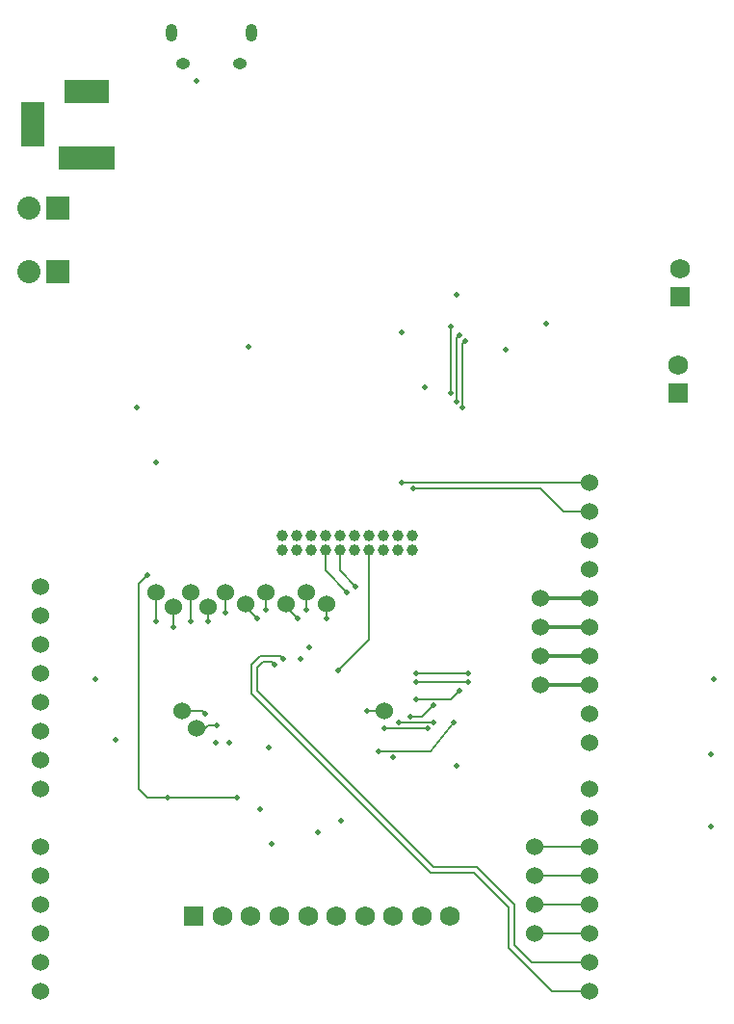
<source format=gbl>
G04 #@! TF.FileFunction,Copper,L4,Bot,Signal*
%FSLAX46Y46*%
G04 Gerber Fmt 4.6, Leading zero omitted, Abs format (unit mm)*
G04 Created by KiCad (PCBNEW 4.0.2+dfsg1-stable) date on. 18. okt. 2017 kl. 17.34 +0200*
%MOMM*%
G01*
G04 APERTURE LIST*
%ADD10C,0.100000*%
%ADD11R,1.750000X1.750000*%
%ADD12C,1.750000*%
%ADD13C,1.524000*%
%ADD14R,4.000000X2.000000*%
%ADD15R,5.000000X2.000000*%
%ADD16R,2.000000X4.000000*%
%ADD17O,1.250000X0.950000*%
%ADD18O,1.000000X1.550000*%
%ADD19C,1.000000*%
%ADD20R,2.032000X2.032000*%
%ADD21O,2.032000X2.032000*%
%ADD22C,0.500000*%
%ADD23C,0.200000*%
%ADD24C,0.300000*%
G04 APERTURE END LIST*
D10*
D11*
X81300000Y-138700000D03*
D12*
X83800000Y-138700000D03*
X86300000Y-138700000D03*
X88800000Y-138700000D03*
X91300000Y-138700000D03*
X93800000Y-138700000D03*
X96300000Y-138700000D03*
X98800000Y-138700000D03*
X101300000Y-138700000D03*
X103800000Y-138700000D03*
D13*
X67818000Y-109728000D03*
X67818000Y-114808000D03*
X67818000Y-117348000D03*
X67818000Y-119888000D03*
X67818000Y-122428000D03*
X67818000Y-124968000D03*
X67818000Y-127508000D03*
X67818000Y-132588000D03*
X67818000Y-135128000D03*
X67818000Y-137668000D03*
X67818000Y-140208000D03*
X67818000Y-142748000D03*
X67818000Y-145288000D03*
X116078000Y-145288000D03*
X116078000Y-142748000D03*
X116078000Y-140208000D03*
X116078000Y-137668000D03*
X116078000Y-135128000D03*
X116078000Y-132588000D03*
X116078000Y-130048000D03*
X116078000Y-127508000D03*
X116078000Y-123444000D03*
X116078000Y-120904000D03*
X116078000Y-118364000D03*
X116078000Y-115824000D03*
X116078000Y-113284000D03*
X116078000Y-110744000D03*
X116078000Y-108204000D03*
X116078000Y-105664000D03*
X116078000Y-103124000D03*
X116078000Y-100584000D03*
X67818000Y-112268000D03*
D14*
X71900000Y-66250000D03*
D15*
X71900000Y-72100000D03*
D16*
X67100000Y-69100000D03*
D17*
X85304900Y-63792540D03*
X80304900Y-63792540D03*
D18*
X86304900Y-61092540D03*
X79304900Y-61092540D03*
D11*
X123850000Y-92760000D03*
D12*
X123850000Y-90260000D03*
D11*
X124050000Y-84310000D03*
D12*
X124050000Y-81810000D03*
D19*
X89027000Y-105283000D03*
X89027000Y-106553000D03*
X90297000Y-105283000D03*
X90297000Y-106553000D03*
X91567000Y-105283000D03*
X91567000Y-106553000D03*
X92837000Y-105283000D03*
X92837000Y-106553000D03*
X94107000Y-105283000D03*
X94107000Y-106553000D03*
X95377000Y-105283000D03*
X95377000Y-106553000D03*
X96647000Y-105283000D03*
X96647000Y-106553000D03*
X97917000Y-105283000D03*
X97917000Y-106553000D03*
X99187000Y-105283000D03*
X99187000Y-106553000D03*
X100457000Y-105283000D03*
X100457000Y-106553000D03*
D13*
X98044000Y-120650000D03*
X111252000Y-140208000D03*
X111252000Y-137668000D03*
X111760000Y-118364000D03*
X111760000Y-115824000D03*
X111760000Y-113284000D03*
X111760000Y-110744000D03*
X111252000Y-135128000D03*
X111252000Y-132588000D03*
X87630000Y-110236000D03*
X85852000Y-111252000D03*
X84074000Y-110236000D03*
X82550000Y-111506000D03*
X81026000Y-110236000D03*
X79502000Y-111506000D03*
X92964000Y-111252000D03*
X91186000Y-110236000D03*
X89408000Y-111252000D03*
X80264000Y-120650000D03*
X81534000Y-122174000D03*
X77978000Y-110236000D03*
D20*
X69342000Y-82042000D03*
D21*
X66802000Y-82042000D03*
D20*
X69342000Y-76454000D03*
D21*
X66802000Y-76454000D03*
D22*
X83200000Y-123500000D03*
X77978000Y-98806000D03*
X74422000Y-123190000D03*
X108712000Y-88900000D03*
X81534000Y-65278000D03*
X86106000Y-88646000D03*
X104394000Y-84074000D03*
X101600000Y-92202000D03*
X112268000Y-86614000D03*
X91440000Y-115062000D03*
X72644000Y-117856000D03*
X92202000Y-131318000D03*
X88138000Y-132334000D03*
X87843750Y-123868750D03*
X104394000Y-125476000D03*
X76300000Y-94000000D03*
X84400000Y-123500000D03*
X126746000Y-130810000D03*
X126746000Y-124460000D03*
X127000000Y-117856000D03*
X98806000Y-124714000D03*
X99568000Y-87376000D03*
X90678000Y-116078000D03*
X94234000Y-130302000D03*
X87122000Y-129286000D03*
X96520000Y-120650000D03*
X105410000Y-118110000D03*
X100838000Y-118110000D03*
X105410000Y-117348000D03*
X100838000Y-117348000D03*
X77978000Y-112776000D03*
X89154000Y-116078000D03*
X88392000Y-116586000D03*
X77216000Y-108712000D03*
X85090000Y-128270000D03*
X78994000Y-128270000D03*
X100838000Y-119634000D03*
X104648000Y-118872000D03*
X104140000Y-121666000D03*
X97536000Y-124206000D03*
X98044000Y-122174000D03*
X101854000Y-122174000D03*
X99314000Y-121666000D03*
X102362000Y-121666000D03*
X104902000Y-93980000D03*
X105156000Y-88138000D03*
X100330000Y-121158000D03*
X102362000Y-120142000D03*
X104394000Y-93472000D03*
X104648000Y-87630000D03*
X103886000Y-92710000D03*
X103886000Y-86868000D03*
X95504000Y-109728000D03*
X94742000Y-110236000D03*
X93980000Y-117094000D03*
X100584000Y-101092000D03*
X99568000Y-100584000D03*
X87630000Y-111760000D03*
X86868000Y-112522000D03*
X84074000Y-112014000D03*
X82550000Y-112776000D03*
X81026000Y-112776000D03*
X79502000Y-113284000D03*
X92964000Y-112522000D03*
X91186000Y-111760000D03*
X90424000Y-112522000D03*
X82296000Y-120904000D03*
X83312000Y-121920000D03*
D23*
X96520000Y-120650000D02*
X98044000Y-120650000D01*
X100838000Y-118110000D02*
X105410000Y-118110000D01*
X100838000Y-117348000D02*
X105410000Y-117348000D01*
X77978000Y-112776000D02*
X77978000Y-110236000D01*
X112776000Y-145288000D02*
X116078000Y-145288000D01*
X111252000Y-143764000D02*
X112776000Y-145288000D01*
X108966000Y-141478000D02*
X111252000Y-143764000D01*
X108966000Y-137922000D02*
X108966000Y-141478000D01*
X105918000Y-134874000D02*
X108966000Y-137922000D01*
X102108000Y-134874000D02*
X105918000Y-134874000D01*
X86360000Y-119126000D02*
X102108000Y-134874000D01*
X86360000Y-116586000D02*
X86360000Y-119126000D01*
X87122000Y-115824000D02*
X86360000Y-116586000D01*
X88900000Y-115824000D02*
X87122000Y-115824000D01*
X89154000Y-116078000D02*
X88900000Y-115824000D01*
X110998000Y-142748000D02*
X116078000Y-142748000D01*
X109474000Y-141224000D02*
X110998000Y-142748000D01*
X109474000Y-137668000D02*
X109474000Y-141224000D01*
X106172000Y-134366000D02*
X109474000Y-137668000D01*
X102362000Y-134366000D02*
X106172000Y-134366000D01*
X86868000Y-118872000D02*
X102362000Y-134366000D01*
X86868000Y-116840000D02*
X86868000Y-118872000D01*
X87376000Y-116332000D02*
X86868000Y-116840000D01*
X88138000Y-116332000D02*
X87376000Y-116332000D01*
X88392000Y-116586000D02*
X88138000Y-116332000D01*
X78994000Y-128270000D02*
X77216000Y-128270000D01*
X77216000Y-128270000D02*
X76454000Y-127508000D01*
X76454000Y-127508000D02*
X76454000Y-109474000D01*
X76454000Y-109474000D02*
X77216000Y-108712000D01*
X85090000Y-128270000D02*
X78994000Y-128270000D01*
X103886000Y-119634000D02*
X100838000Y-119634000D01*
X104648000Y-118872000D02*
X103886000Y-119634000D01*
X102108000Y-124206000D02*
X97536000Y-124206000D01*
X102108000Y-124206000D02*
X104140000Y-121666000D01*
X101854000Y-122174000D02*
X98044000Y-122174000D01*
X102362000Y-121666000D02*
X99314000Y-121666000D01*
X104902000Y-88392000D02*
X104902000Y-93980000D01*
X105156000Y-88138000D02*
X104902000Y-88392000D01*
X101346000Y-121158000D02*
X100330000Y-121158000D01*
X102362000Y-120142000D02*
X101346000Y-121158000D01*
X104394000Y-87884000D02*
X104394000Y-93472000D01*
X104648000Y-87630000D02*
X104394000Y-87884000D01*
X103886000Y-86868000D02*
X103886000Y-92710000D01*
X94107000Y-108331000D02*
X94107000Y-106553000D01*
X95504000Y-109728000D02*
X94107000Y-108331000D01*
X92837000Y-108331000D02*
X92837000Y-106553000D01*
X94742000Y-110236000D02*
X92837000Y-108331000D01*
X96647000Y-114427000D02*
X96647000Y-106553000D01*
X93980000Y-117094000D02*
X96647000Y-114427000D01*
D24*
X111760000Y-118364000D02*
X116078000Y-118364000D01*
X111760000Y-115824000D02*
X116078000Y-115824000D01*
X111760000Y-113284000D02*
X116078000Y-113284000D01*
X111760000Y-110744000D02*
X116078000Y-110744000D01*
D23*
X113792000Y-103124000D02*
X116078000Y-103124000D01*
X111760000Y-101092000D02*
X113792000Y-103124000D01*
X100584000Y-101092000D02*
X111760000Y-101092000D01*
X99568000Y-100584000D02*
X116078000Y-100584000D01*
X87630000Y-111760000D02*
X87630000Y-110236000D01*
X86868000Y-112522000D02*
X85852000Y-111506000D01*
X85852000Y-111506000D02*
X85852000Y-111252000D01*
X84074000Y-112014000D02*
X84074000Y-110236000D01*
X82550000Y-112776000D02*
X82550000Y-111506000D01*
X81026000Y-112776000D02*
X81026000Y-110236000D01*
X79502000Y-113284000D02*
X79502000Y-111506000D01*
X92964000Y-112522000D02*
X92964000Y-111252000D01*
X91186000Y-111760000D02*
X91186000Y-110236000D01*
X90424000Y-112522000D02*
X89408000Y-111506000D01*
X89408000Y-111506000D02*
X89408000Y-111252000D01*
X82042000Y-120650000D02*
X80264000Y-120650000D01*
X82296000Y-120904000D02*
X82042000Y-120650000D01*
X82550000Y-121920000D02*
X82296000Y-122174000D01*
X83312000Y-121920000D02*
X82550000Y-121920000D01*
X82296000Y-122174000D02*
X81534000Y-122174000D01*
X111252000Y-140208000D02*
X116078000Y-140208000D01*
X114046000Y-140208000D02*
X111252000Y-140208000D01*
X111252000Y-137668000D02*
X116078000Y-137668000D01*
X111252000Y-135128000D02*
X116078000Y-135128000D01*
X111252000Y-132588000D02*
X116078000Y-132588000D01*
M02*

</source>
